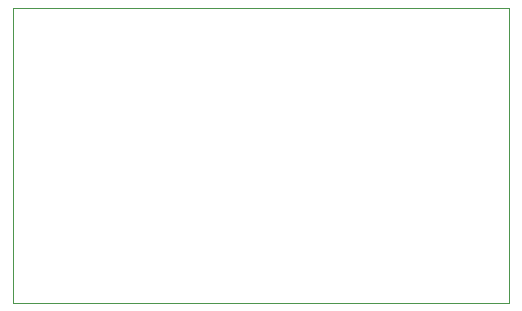
<source format=gko>
G04*
G04 #@! TF.GenerationSoftware,Altium Limited,Altium Designer,20.0.13 (296)*
G04*
G04 Layer_Color=16711935*
%FSLAX25Y25*%
%MOIN*%
G70*
G01*
G75*
%ADD29C,0.00394*%
D29*
X188976Y503937D02*
X311762D01*
X188976Y409449D02*
Y503937D01*
Y405512D02*
X256767D01*
X188976D02*
Y409449D01*
X311024Y405512D02*
X313730D01*
X289493D02*
X311024D01*
X311762Y503937D02*
X354331D01*
X313730Y405512D02*
X354331D01*
Y503937D01*
X256767Y405512D02*
X289493D01*
M02*

</source>
